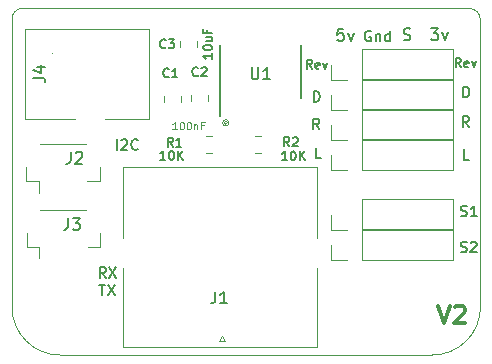
<source format=gbr>
G04 #@! TF.GenerationSoftware,KiCad,Pcbnew,(5.1.5)-3*
G04 #@! TF.CreationDate,2021-07-17T20:23:40-05:00*
G04 #@! TF.ProjectId,InputBoardSTM32,496e7075-7442-46f6-9172-6453544d3332,rev?*
G04 #@! TF.SameCoordinates,Original*
G04 #@! TF.FileFunction,Legend,Top*
G04 #@! TF.FilePolarity,Positive*
%FSLAX46Y46*%
G04 Gerber Fmt 4.6, Leading zero omitted, Abs format (unit mm)*
G04 Created by KiCad (PCBNEW (5.1.5)-3) date 2021-07-17 20:23:40*
%MOMM*%
%LPD*%
G04 APERTURE LIST*
%ADD10C,0.050000*%
%ADD11C,0.152400*%
%ADD12C,0.300000*%
%ADD13C,0.120000*%
%ADD14C,0.187500*%
%ADD15C,0.150000*%
%ADD16C,0.127000*%
%ADD17C,0.114300*%
G04 APERTURE END LIST*
D10*
X171279873Y-85389743D02*
G75*
G02X172239940Y-86360000I-5095J-965162D01*
G01*
X132588000Y-86296602D02*
G75*
G02X133489685Y-85389720I901685J5182D01*
G01*
D11*
X140517033Y-108193416D02*
X140220700Y-107770083D01*
X140009033Y-108193416D02*
X140009033Y-107304416D01*
X140347700Y-107304416D01*
X140432366Y-107346750D01*
X140474700Y-107389083D01*
X140517033Y-107473750D01*
X140517033Y-107600750D01*
X140474700Y-107685416D01*
X140432366Y-107727750D01*
X140347700Y-107770083D01*
X140009033Y-107770083D01*
X140813366Y-107304416D02*
X141406033Y-108193416D01*
X141406033Y-107304416D02*
X140813366Y-108193416D01*
X139987866Y-108790316D02*
X140495866Y-108790316D01*
X140241866Y-109679316D02*
X140241866Y-108790316D01*
X140707533Y-108790316D02*
X141300200Y-109679316D01*
X141300200Y-108790316D02*
X140707533Y-109679316D01*
D12*
X168653294Y-110552491D02*
X169153294Y-112052491D01*
X169653294Y-110552491D01*
X170081865Y-110695348D02*
X170153294Y-110623920D01*
X170296151Y-110552491D01*
X170653294Y-110552491D01*
X170796151Y-110623920D01*
X170867580Y-110695348D01*
X170939008Y-110838205D01*
X170939008Y-110981062D01*
X170867580Y-111195348D01*
X170010437Y-112052491D01*
X170939008Y-112052491D01*
D11*
X141448366Y-97353966D02*
X141448366Y-96464966D01*
X141829366Y-96549633D02*
X141871700Y-96507300D01*
X141956366Y-96464966D01*
X142168033Y-96464966D01*
X142252700Y-96507300D01*
X142295033Y-96549633D01*
X142337366Y-96634300D01*
X142337366Y-96718966D01*
X142295033Y-96845966D01*
X141787033Y-97353966D01*
X142337366Y-97353966D01*
X143226366Y-97269300D02*
X143184033Y-97311633D01*
X143057033Y-97353966D01*
X142972366Y-97353966D01*
X142845366Y-97311633D01*
X142760700Y-97226966D01*
X142718366Y-97142300D01*
X142676033Y-96972966D01*
X142676033Y-96845966D01*
X142718366Y-96676633D01*
X142760700Y-96591966D01*
X142845366Y-96507300D01*
X142972366Y-96464966D01*
X143057033Y-96464966D01*
X143184033Y-96507300D01*
X143226366Y-96549633D01*
X171313686Y-98230266D02*
X170890353Y-98230266D01*
X170890353Y-97341266D01*
X170805686Y-92916586D02*
X170805686Y-92027586D01*
X171017353Y-92027586D01*
X171144353Y-92069920D01*
X171229020Y-92154586D01*
X171271353Y-92239253D01*
X171313686Y-92408586D01*
X171313686Y-92535586D01*
X171271353Y-92704920D01*
X171229020Y-92789586D01*
X171144353Y-92874253D01*
X171017353Y-92916586D01*
X170805686Y-92916586D01*
X171267966Y-95428646D02*
X170971633Y-95005313D01*
X170759966Y-95428646D02*
X170759966Y-94539646D01*
X171098633Y-94539646D01*
X171183300Y-94581980D01*
X171225633Y-94624313D01*
X171267966Y-94708980D01*
X171267966Y-94835980D01*
X171225633Y-94920646D01*
X171183300Y-94962980D01*
X171098633Y-95005313D01*
X170759966Y-95005313D01*
X170588940Y-90367394D02*
X170334940Y-90004537D01*
X170153511Y-90367394D02*
X170153511Y-89605394D01*
X170443797Y-89605394D01*
X170516368Y-89641680D01*
X170552654Y-89677965D01*
X170588940Y-89750537D01*
X170588940Y-89859394D01*
X170552654Y-89931965D01*
X170516368Y-89968251D01*
X170443797Y-90004537D01*
X170153511Y-90004537D01*
X171205797Y-90331108D02*
X171133225Y-90367394D01*
X170988082Y-90367394D01*
X170915511Y-90331108D01*
X170879225Y-90258537D01*
X170879225Y-89968251D01*
X170915511Y-89895680D01*
X170988082Y-89859394D01*
X171133225Y-89859394D01*
X171205797Y-89895680D01*
X171242082Y-89968251D01*
X171242082Y-90040822D01*
X170879225Y-90113394D01*
X171496082Y-89859394D02*
X171677511Y-90367394D01*
X171858940Y-89859394D01*
X158710206Y-98095646D02*
X158286873Y-98095646D01*
X158286873Y-97206646D01*
X158598446Y-95629306D02*
X158302113Y-95205973D01*
X158090446Y-95629306D02*
X158090446Y-94740306D01*
X158429113Y-94740306D01*
X158513780Y-94782640D01*
X158556113Y-94824973D01*
X158598446Y-94909640D01*
X158598446Y-95036640D01*
X158556113Y-95121306D01*
X158513780Y-95163640D01*
X158429113Y-95205973D01*
X158090446Y-95205973D01*
X158133626Y-93295046D02*
X158133626Y-92406046D01*
X158345293Y-92406046D01*
X158472293Y-92448380D01*
X158556960Y-92533046D01*
X158599293Y-92617713D01*
X158641626Y-92787046D01*
X158641626Y-92914046D01*
X158599293Y-93083380D01*
X158556960Y-93168046D01*
X158472293Y-93252713D01*
X158345293Y-93295046D01*
X158133626Y-93295046D01*
X157985460Y-90486774D02*
X157731460Y-90123917D01*
X157550031Y-90486774D02*
X157550031Y-89724774D01*
X157840317Y-89724774D01*
X157912888Y-89761060D01*
X157949174Y-89797345D01*
X157985460Y-89869917D01*
X157985460Y-89978774D01*
X157949174Y-90051345D01*
X157912888Y-90087631D01*
X157840317Y-90123917D01*
X157550031Y-90123917D01*
X158602317Y-90450488D02*
X158529745Y-90486774D01*
X158384602Y-90486774D01*
X158312031Y-90450488D01*
X158275745Y-90377917D01*
X158275745Y-90087631D01*
X158312031Y-90015060D01*
X158384602Y-89978774D01*
X158529745Y-89978774D01*
X158602317Y-90015060D01*
X158638602Y-90087631D01*
X158638602Y-90160202D01*
X158275745Y-90232774D01*
X158892602Y-89978774D02*
X159074031Y-90486774D01*
X159255460Y-89978774D01*
X168057285Y-87099019D02*
X168686238Y-87099019D01*
X168347571Y-87486066D01*
X168492714Y-87486066D01*
X168589476Y-87534447D01*
X168637857Y-87582828D01*
X168686238Y-87679590D01*
X168686238Y-87921495D01*
X168637857Y-88018257D01*
X168589476Y-88066638D01*
X168492714Y-88115019D01*
X168202428Y-88115019D01*
X168105666Y-88066638D01*
X168057285Y-88018257D01*
X169024904Y-87437685D02*
X169266809Y-88115019D01*
X169508714Y-87437685D01*
X165739354Y-88066638D02*
X165884497Y-88115019D01*
X166126401Y-88115019D01*
X166223163Y-88066638D01*
X166271544Y-88018257D01*
X166319925Y-87921495D01*
X166319925Y-87824733D01*
X166271544Y-87727971D01*
X166223163Y-87679590D01*
X166126401Y-87631209D01*
X165932878Y-87582828D01*
X165836116Y-87534447D01*
X165787735Y-87486066D01*
X165739354Y-87389304D01*
X165739354Y-87292542D01*
X165787735Y-87195780D01*
X165836116Y-87147400D01*
X165932878Y-87099019D01*
X166174782Y-87099019D01*
X166319925Y-87147400D01*
X162953700Y-87312500D02*
X162869033Y-87270166D01*
X162742033Y-87270166D01*
X162615033Y-87312500D01*
X162530366Y-87397166D01*
X162488033Y-87481833D01*
X162445700Y-87651166D01*
X162445700Y-87778166D01*
X162488033Y-87947500D01*
X162530366Y-88032166D01*
X162615033Y-88116833D01*
X162742033Y-88159166D01*
X162826700Y-88159166D01*
X162953700Y-88116833D01*
X162996033Y-88074500D01*
X162996033Y-87778166D01*
X162826700Y-87778166D01*
X163377033Y-87566500D02*
X163377033Y-88159166D01*
X163377033Y-87651166D02*
X163419366Y-87608833D01*
X163504033Y-87566500D01*
X163631033Y-87566500D01*
X163715700Y-87608833D01*
X163758033Y-87693500D01*
X163758033Y-88159166D01*
X164562366Y-88159166D02*
X164562366Y-87270166D01*
X164562366Y-88116833D02*
X164477700Y-88159166D01*
X164308366Y-88159166D01*
X164223700Y-88116833D01*
X164181366Y-88074500D01*
X164139033Y-87989833D01*
X164139033Y-87735833D01*
X164181366Y-87651166D01*
X164223700Y-87608833D01*
X164308366Y-87566500D01*
X164477700Y-87566500D01*
X164562366Y-87608833D01*
D13*
X150951254Y-95082360D02*
G75*
G03X150951254Y-95082360I-265754J0D01*
G01*
X150831274Y-95082360D02*
G75*
G03X150831274Y-95082360I-145774J0D01*
G01*
D14*
X170579626Y-102966133D02*
X170706626Y-103008466D01*
X170918293Y-103008466D01*
X171002960Y-102966133D01*
X171045293Y-102923800D01*
X171087626Y-102839133D01*
X171087626Y-102754466D01*
X171045293Y-102669800D01*
X171002960Y-102627466D01*
X170918293Y-102585133D01*
X170748960Y-102542800D01*
X170664293Y-102500466D01*
X170621960Y-102458133D01*
X170579626Y-102373466D01*
X170579626Y-102288800D01*
X170621960Y-102204133D01*
X170664293Y-102161800D01*
X170748960Y-102119466D01*
X170960626Y-102119466D01*
X171087626Y-102161800D01*
X171934293Y-103008466D02*
X171426293Y-103008466D01*
X171680293Y-103008466D02*
X171680293Y-102119466D01*
X171595626Y-102246466D01*
X171510960Y-102331133D01*
X171426293Y-102373466D01*
X170579626Y-106008133D02*
X170706626Y-106050466D01*
X170918293Y-106050466D01*
X171002960Y-106008133D01*
X171045293Y-105965800D01*
X171087626Y-105881133D01*
X171087626Y-105796466D01*
X171045293Y-105711800D01*
X171002960Y-105669466D01*
X170918293Y-105627133D01*
X170748960Y-105584800D01*
X170664293Y-105542466D01*
X170621960Y-105500133D01*
X170579626Y-105415466D01*
X170579626Y-105330800D01*
X170621960Y-105246133D01*
X170664293Y-105203800D01*
X170748960Y-105161466D01*
X170960626Y-105161466D01*
X171087626Y-105203800D01*
X171426293Y-105246133D02*
X171468626Y-105203800D01*
X171553293Y-105161466D01*
X171764960Y-105161466D01*
X171849626Y-105203800D01*
X171891960Y-105246133D01*
X171934293Y-105330800D01*
X171934293Y-105415466D01*
X171891960Y-105542466D01*
X171383960Y-106050466D01*
X171934293Y-106050466D01*
D11*
X160639397Y-87132039D02*
X160155587Y-87132039D01*
X160107206Y-87615848D01*
X160155587Y-87567467D01*
X160252349Y-87519086D01*
X160494254Y-87519086D01*
X160591016Y-87567467D01*
X160639397Y-87615848D01*
X160687778Y-87712610D01*
X160687778Y-87954515D01*
X160639397Y-88051277D01*
X160591016Y-88099658D01*
X160494254Y-88148039D01*
X160252349Y-88148039D01*
X160155587Y-88099658D01*
X160107206Y-88051277D01*
X161026444Y-87470705D02*
X161268349Y-88148039D01*
X161510254Y-87470705D01*
D10*
X132588000Y-110680500D02*
X132588000Y-86296602D01*
X136652000Y-114744500D02*
G75*
G02X132588000Y-110680500I0J4064000D01*
G01*
X168153080Y-114744500D02*
X136652000Y-114744500D01*
X172239940Y-86360000D02*
X172250164Y-110667800D01*
X172250164Y-110670340D02*
G75*
G02X168153080Y-114744500I-4074224J0D01*
G01*
X171279820Y-85389720D02*
X133489685Y-85389720D01*
D13*
X169899640Y-96580000D02*
X169899640Y-93920000D01*
X162219640Y-96580000D02*
X169899640Y-96580000D01*
X162219640Y-93920000D02*
X169899640Y-93920000D01*
X162219640Y-96580000D02*
X162219640Y-93920000D01*
X160949640Y-96580000D02*
X159619640Y-96580000D01*
X159619640Y-96580000D02*
X159619640Y-95250000D01*
X169899640Y-99120000D02*
X169899640Y-96460000D01*
X162219640Y-99120000D02*
X169899640Y-99120000D01*
X162219640Y-96460000D02*
X169899640Y-96460000D01*
X162219640Y-99120000D02*
X162219640Y-96460000D01*
X160949640Y-99120000D02*
X159619640Y-99120000D01*
X159619640Y-99120000D02*
X159619640Y-97790000D01*
X169899640Y-94040000D02*
X169899640Y-91380000D01*
X162219640Y-94040000D02*
X169899640Y-94040000D01*
X162219640Y-91380000D02*
X169899640Y-91380000D01*
X162219640Y-94040000D02*
X162219640Y-91380000D01*
X160949640Y-94040000D02*
X159619640Y-94040000D01*
X159619640Y-94040000D02*
X159619640Y-92710000D01*
X159619640Y-91500000D02*
X159619640Y-90170000D01*
X160949640Y-91500000D02*
X159619640Y-91500000D01*
X162219640Y-91500000D02*
X162219640Y-88840000D01*
X162219640Y-88840000D02*
X169899640Y-88840000D01*
X162219640Y-91500000D02*
X169899640Y-91500000D01*
X169899640Y-91500000D02*
X169899640Y-88840000D01*
X169899640Y-104200000D02*
X169899640Y-101540000D01*
X162219640Y-104200000D02*
X169899640Y-104200000D01*
X162219640Y-101540000D02*
X169899640Y-101540000D01*
X162219640Y-104200000D02*
X162219640Y-101540000D01*
X160949640Y-104200000D02*
X159619640Y-104200000D01*
X159619640Y-104200000D02*
X159619640Y-102870000D01*
X159619640Y-106740000D02*
X159619640Y-105410000D01*
X160949640Y-106740000D02*
X159619640Y-106740000D01*
X162219640Y-106740000D02*
X162219640Y-104080000D01*
X162219640Y-104080000D02*
X169899640Y-104080000D01*
X162219640Y-106740000D02*
X169899640Y-106740000D01*
X169899640Y-106740000D02*
X169899640Y-104080000D01*
X148991688Y-96221480D02*
X149514192Y-96221480D01*
X148991688Y-97641480D02*
X149514192Y-97641480D01*
X153169988Y-97646560D02*
X153692492Y-97646560D01*
X153169988Y-96226560D02*
X153692492Y-96226560D01*
X145457240Y-92811968D02*
X145457240Y-93334472D01*
X146927240Y-92811968D02*
X146927240Y-93334472D01*
X147750860Y-92733228D02*
X147750860Y-93255732D01*
X149220860Y-92733228D02*
X149220860Y-93255732D01*
X146775500Y-88650712D02*
X146775500Y-88128208D01*
X148245500Y-88650712D02*
X148245500Y-88128208D01*
X135949380Y-89177160D02*
X136014380Y-89177160D01*
X144184380Y-94752160D02*
X144184380Y-87132160D01*
X133684380Y-94752160D02*
X133684380Y-87132160D01*
X133684380Y-87132160D02*
X144184380Y-87132160D01*
X144184380Y-94752160D02*
X140454380Y-94752160D01*
X133684380Y-94752160D02*
X137914380Y-94752160D01*
X133796000Y-98867600D02*
X133796000Y-100017600D01*
X133796000Y-100017600D02*
X134846000Y-100017600D01*
X134846000Y-100017600D02*
X134846000Y-101007600D01*
X140016000Y-98867600D02*
X140016000Y-100017600D01*
X140016000Y-100017600D02*
X138966000Y-100017600D01*
X134966000Y-96897600D02*
X138846000Y-96897600D01*
X134991400Y-102460200D02*
X138871400Y-102460200D01*
X140041400Y-105580200D02*
X138991400Y-105580200D01*
X140041400Y-104430200D02*
X140041400Y-105580200D01*
X134871400Y-105580200D02*
X134871400Y-106570200D01*
X133821400Y-105580200D02*
X134871400Y-105580200D01*
X133821400Y-104430200D02*
X133821400Y-105580200D01*
X158398540Y-107348020D02*
X158396660Y-114079020D01*
X158396660Y-98839020D02*
X158396660Y-104851200D01*
X141988540Y-107348020D02*
X141986660Y-114079020D01*
X141986660Y-114079020D02*
X158396660Y-114079020D01*
X141986660Y-98839020D02*
X141986660Y-104851200D01*
X141986660Y-98839020D02*
X158396660Y-98839020D01*
X150149560Y-113527840D02*
X150588980Y-113527840D01*
X150588980Y-113527840D02*
X150362920Y-113096040D01*
X150362920Y-113096040D02*
X150149560Y-113527840D01*
D15*
X157081900Y-92946180D02*
X157081900Y-88496180D01*
X150181900Y-94471180D02*
X150181900Y-88496180D01*
D16*
X146204940Y-97098394D02*
X145950940Y-96735537D01*
X145769511Y-97098394D02*
X145769511Y-96336394D01*
X146059797Y-96336394D01*
X146132368Y-96372680D01*
X146168654Y-96408965D01*
X146204940Y-96481537D01*
X146204940Y-96590394D01*
X146168654Y-96662965D01*
X146132368Y-96699251D01*
X146059797Y-96735537D01*
X145769511Y-96735537D01*
X146930654Y-97098394D02*
X146495225Y-97098394D01*
X146712940Y-97098394D02*
X146712940Y-96336394D01*
X146640368Y-96445251D01*
X146567797Y-96517822D01*
X146495225Y-96554108D01*
X145577197Y-98215994D02*
X145141768Y-98215994D01*
X145359482Y-98215994D02*
X145359482Y-97453994D01*
X145286911Y-97562851D01*
X145214340Y-97635422D01*
X145141768Y-97671708D01*
X146048911Y-97453994D02*
X146121482Y-97453994D01*
X146194054Y-97490280D01*
X146230340Y-97526565D01*
X146266625Y-97599137D01*
X146302911Y-97744280D01*
X146302911Y-97925708D01*
X146266625Y-98070851D01*
X146230340Y-98143422D01*
X146194054Y-98179708D01*
X146121482Y-98215994D01*
X146048911Y-98215994D01*
X145976340Y-98179708D01*
X145940054Y-98143422D01*
X145903768Y-98070851D01*
X145867482Y-97925708D01*
X145867482Y-97744280D01*
X145903768Y-97599137D01*
X145940054Y-97526565D01*
X145976340Y-97490280D01*
X146048911Y-97453994D01*
X146629482Y-98215994D02*
X146629482Y-97453994D01*
X147064911Y-98215994D02*
X146738340Y-97780565D01*
X147064911Y-97453994D02*
X146629482Y-97889422D01*
X156075380Y-97065374D02*
X155821380Y-96702517D01*
X155639951Y-97065374D02*
X155639951Y-96303374D01*
X155930237Y-96303374D01*
X156002808Y-96339660D01*
X156039094Y-96375945D01*
X156075380Y-96448517D01*
X156075380Y-96557374D01*
X156039094Y-96629945D01*
X156002808Y-96666231D01*
X155930237Y-96702517D01*
X155639951Y-96702517D01*
X156365665Y-96375945D02*
X156401951Y-96339660D01*
X156474522Y-96303374D01*
X156655951Y-96303374D01*
X156728522Y-96339660D01*
X156764808Y-96375945D01*
X156801094Y-96448517D01*
X156801094Y-96521088D01*
X156764808Y-96629945D01*
X156329380Y-97065374D01*
X156801094Y-97065374D01*
X155881977Y-98246474D02*
X155446548Y-98246474D01*
X155664262Y-98246474D02*
X155664262Y-97484474D01*
X155591691Y-97593331D01*
X155519120Y-97665902D01*
X155446548Y-97702188D01*
X156353691Y-97484474D02*
X156426262Y-97484474D01*
X156498834Y-97520760D01*
X156535120Y-97557045D01*
X156571405Y-97629617D01*
X156607691Y-97774760D01*
X156607691Y-97956188D01*
X156571405Y-98101331D01*
X156535120Y-98173902D01*
X156498834Y-98210188D01*
X156426262Y-98246474D01*
X156353691Y-98246474D01*
X156281120Y-98210188D01*
X156244834Y-98173902D01*
X156208548Y-98101331D01*
X156172262Y-97956188D01*
X156172262Y-97774760D01*
X156208548Y-97629617D01*
X156244834Y-97557045D01*
X156281120Y-97520760D01*
X156353691Y-97484474D01*
X156934262Y-98246474D02*
X156934262Y-97484474D01*
X157369691Y-98246474D02*
X157043120Y-97811045D01*
X157369691Y-97484474D02*
X156934262Y-97919902D01*
X145856960Y-91166042D02*
X145820674Y-91202328D01*
X145711817Y-91238614D01*
X145639245Y-91238614D01*
X145530388Y-91202328D01*
X145457817Y-91129757D01*
X145421531Y-91057185D01*
X145385245Y-90912042D01*
X145385245Y-90803185D01*
X145421531Y-90658042D01*
X145457817Y-90585471D01*
X145530388Y-90512900D01*
X145639245Y-90476614D01*
X145711817Y-90476614D01*
X145820674Y-90512900D01*
X145856960Y-90549185D01*
X146582674Y-91238614D02*
X146147245Y-91238614D01*
X146364960Y-91238614D02*
X146364960Y-90476614D01*
X146292388Y-90585471D01*
X146219817Y-90658042D01*
X146147245Y-90694328D01*
D17*
X146535381Y-95633781D02*
X146172524Y-95633781D01*
X146353953Y-95633781D02*
X146353953Y-94998781D01*
X146293477Y-95089496D01*
X146233000Y-95149972D01*
X146172524Y-95180210D01*
X146928477Y-94998781D02*
X146988953Y-94998781D01*
X147049429Y-95029020D01*
X147079667Y-95059258D01*
X147109905Y-95119734D01*
X147140143Y-95240686D01*
X147140143Y-95391877D01*
X147109905Y-95512829D01*
X147079667Y-95573305D01*
X147049429Y-95603543D01*
X146988953Y-95633781D01*
X146928477Y-95633781D01*
X146868000Y-95603543D01*
X146837762Y-95573305D01*
X146807524Y-95512829D01*
X146777286Y-95391877D01*
X146777286Y-95240686D01*
X146807524Y-95119734D01*
X146837762Y-95059258D01*
X146868000Y-95029020D01*
X146928477Y-94998781D01*
X147533239Y-94998781D02*
X147593715Y-94998781D01*
X147654191Y-95029020D01*
X147684429Y-95059258D01*
X147714667Y-95119734D01*
X147744905Y-95240686D01*
X147744905Y-95391877D01*
X147714667Y-95512829D01*
X147684429Y-95573305D01*
X147654191Y-95603543D01*
X147593715Y-95633781D01*
X147533239Y-95633781D01*
X147472762Y-95603543D01*
X147442524Y-95573305D01*
X147412286Y-95512829D01*
X147382048Y-95391877D01*
X147382048Y-95240686D01*
X147412286Y-95119734D01*
X147442524Y-95059258D01*
X147472762Y-95029020D01*
X147533239Y-94998781D01*
X148017048Y-95210448D02*
X148017048Y-95633781D01*
X148017048Y-95270924D02*
X148047286Y-95240686D01*
X148107762Y-95210448D01*
X148198477Y-95210448D01*
X148258953Y-95240686D01*
X148289191Y-95301162D01*
X148289191Y-95633781D01*
X148803239Y-95301162D02*
X148591572Y-95301162D01*
X148591572Y-95633781D02*
X148591572Y-94998781D01*
X148893953Y-94998781D01*
D16*
X148338540Y-91072062D02*
X148302254Y-91108348D01*
X148193397Y-91144634D01*
X148120825Y-91144634D01*
X148011968Y-91108348D01*
X147939397Y-91035777D01*
X147903111Y-90963205D01*
X147866825Y-90818062D01*
X147866825Y-90709205D01*
X147903111Y-90564062D01*
X147939397Y-90491491D01*
X148011968Y-90418920D01*
X148120825Y-90382634D01*
X148193397Y-90382634D01*
X148302254Y-90418920D01*
X148338540Y-90455205D01*
X148628825Y-90455205D02*
X148665111Y-90418920D01*
X148737682Y-90382634D01*
X148919111Y-90382634D01*
X148991682Y-90418920D01*
X149027968Y-90455205D01*
X149064254Y-90527777D01*
X149064254Y-90600348D01*
X149027968Y-90709205D01*
X148592540Y-91144634D01*
X149064254Y-91144634D01*
X145592800Y-88699702D02*
X145556514Y-88735988D01*
X145447657Y-88772274D01*
X145375085Y-88772274D01*
X145266228Y-88735988D01*
X145193657Y-88663417D01*
X145157371Y-88590845D01*
X145121085Y-88445702D01*
X145121085Y-88336845D01*
X145157371Y-88191702D01*
X145193657Y-88119131D01*
X145266228Y-88046560D01*
X145375085Y-88010274D01*
X145447657Y-88010274D01*
X145556514Y-88046560D01*
X145592800Y-88082845D01*
X145846800Y-88010274D02*
X146318514Y-88010274D01*
X146064514Y-88300560D01*
X146173371Y-88300560D01*
X146245942Y-88336845D01*
X146282228Y-88373131D01*
X146318514Y-88445702D01*
X146318514Y-88627131D01*
X146282228Y-88699702D01*
X146245942Y-88735988D01*
X146173371Y-88772274D01*
X145955657Y-88772274D01*
X145883085Y-88735988D01*
X145846800Y-88699702D01*
X149535214Y-89205888D02*
X149535214Y-89641317D01*
X149535214Y-89423602D02*
X148773214Y-89423602D01*
X148882071Y-89496174D01*
X148954642Y-89568745D01*
X148990928Y-89641317D01*
X148773214Y-88734174D02*
X148773214Y-88661602D01*
X148809500Y-88589031D01*
X148845785Y-88552745D01*
X148918357Y-88516460D01*
X149063500Y-88480174D01*
X149244928Y-88480174D01*
X149390071Y-88516460D01*
X149462642Y-88552745D01*
X149498928Y-88589031D01*
X149535214Y-88661602D01*
X149535214Y-88734174D01*
X149498928Y-88806745D01*
X149462642Y-88843031D01*
X149390071Y-88879317D01*
X149244928Y-88915602D01*
X149063500Y-88915602D01*
X148918357Y-88879317D01*
X148845785Y-88843031D01*
X148809500Y-88806745D01*
X148773214Y-88734174D01*
X149027214Y-87827031D02*
X149535214Y-87827031D01*
X149027214Y-88153602D02*
X149426357Y-88153602D01*
X149498928Y-88117317D01*
X149535214Y-88044745D01*
X149535214Y-87935888D01*
X149498928Y-87863317D01*
X149462642Y-87827031D01*
X149136071Y-87210174D02*
X149136071Y-87464174D01*
X149535214Y-87464174D02*
X148773214Y-87464174D01*
X148773214Y-87101317D01*
D15*
X134401760Y-91275493D02*
X135116046Y-91275493D01*
X135258903Y-91323112D01*
X135354141Y-91418350D01*
X135401760Y-91561207D01*
X135401760Y-91656445D01*
X134735094Y-90370731D02*
X135401760Y-90370731D01*
X134354141Y-90608826D02*
X135068427Y-90846921D01*
X135068427Y-90227874D01*
X137542946Y-97549720D02*
X137542946Y-98264006D01*
X137495327Y-98406863D01*
X137400089Y-98502101D01*
X137257232Y-98549720D01*
X137161994Y-98549720D01*
X137971518Y-97644959D02*
X138019137Y-97597340D01*
X138114375Y-97549720D01*
X138352470Y-97549720D01*
X138447708Y-97597340D01*
X138495327Y-97644959D01*
X138542946Y-97740197D01*
X138542946Y-97835435D01*
X138495327Y-97978292D01*
X137923899Y-98549720D01*
X138542946Y-98549720D01*
X137329586Y-103150420D02*
X137329586Y-103864706D01*
X137281967Y-104007563D01*
X137186729Y-104102801D01*
X137043872Y-104150420D01*
X136948634Y-104150420D01*
X137710539Y-103150420D02*
X138329586Y-103150420D01*
X137996253Y-103531373D01*
X138139110Y-103531373D01*
X138234348Y-103578992D01*
X138281967Y-103626611D01*
X138329586Y-103721849D01*
X138329586Y-103959944D01*
X138281967Y-104055182D01*
X138234348Y-104102801D01*
X138139110Y-104150420D01*
X137853396Y-104150420D01*
X137758158Y-104102801D01*
X137710539Y-104055182D01*
X149780666Y-109378500D02*
X149780666Y-110092786D01*
X149733047Y-110235643D01*
X149637809Y-110330881D01*
X149494952Y-110378500D01*
X149399714Y-110378500D01*
X150780666Y-110378500D02*
X150209238Y-110378500D01*
X150494952Y-110378500D02*
X150494952Y-109378500D01*
X150399714Y-109521358D01*
X150304476Y-109616596D01*
X150209238Y-109664215D01*
X152869995Y-90384380D02*
X152869995Y-91193904D01*
X152917614Y-91289142D01*
X152965233Y-91336761D01*
X153060471Y-91384380D01*
X153250947Y-91384380D01*
X153346185Y-91336761D01*
X153393804Y-91289142D01*
X153441423Y-91193904D01*
X153441423Y-90384380D01*
X154441423Y-91384380D02*
X153869995Y-91384380D01*
X154155709Y-91384380D02*
X154155709Y-90384380D01*
X154060471Y-90527238D01*
X153965233Y-90622476D01*
X153869995Y-90670095D01*
M02*

</source>
